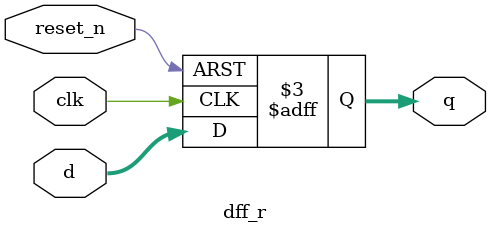
<source format=v>
module mux2(d0, d1, s, y);// Selectively choose two values by sel
input d0, d1;
input s;
output reg y;

always@(s, d0,d1)
begin
	if (s == 0)
		y <= d0;
	else
		y<= d1;
end
endmodule
// 8bit 2 to 1 multiplexer
module mux2_8bit(d0, d1, s, y);// Selectively choose two values by sel
input [7:0]d0, d1;
input s;
output reg [7:0]y;

always@(s, d0,d1)
begin
	if (s == 0)
		y <= d0;
	else
		y<= d1;
end
endmodule
// 32bit 2 to 1 multiplexer
module mux2_32bit(d0, d1, s, y); // Selectively choose two values by sel
input [31:0]d0, d1;
input s;
output reg [31:0]y;

always@(s, d0,d1)
begin
	if (s == 0)
		y <= d0;
	else
		y<= d1;
end
endmodule
// 32bit 6 to 1 multiplexer
module mux6_32bit(d0, d1, d2, d3, d4, s, y); // Selectively choose 8 values by sel
input [31:0] d0,d1,d2,d3,d4;
input [4:0]s;
output reg [31:0]y;

always@(s,d0,d1,d2,d3,d4)
begin
	if (s == 5'b00000) 
		y <= 32'h0;
	else if(s == 5'b10000)
		y <= d0;
	else if(s == 5'b01000)
		y <= d1;
	else if(s == 5'b00100)
		y <= d2;
	else if(s == 5'b00010)
		y <= d3;
	else if(s == 5'b00001)
		y <= d4;
	else
		y <=32'bx;
end
endmodule

// D-filp flop with reset signal
module dff_r(clk, reset_n, d, q);
input clk, reset_n; 
input [4:0]d;
output reg [4:0]q;

always@(posedge clk or negedge reset_n)
begin
	if(reset_n == 0) q<= 5'b0;
	else 					q <= d;
end
endmodule

</source>
